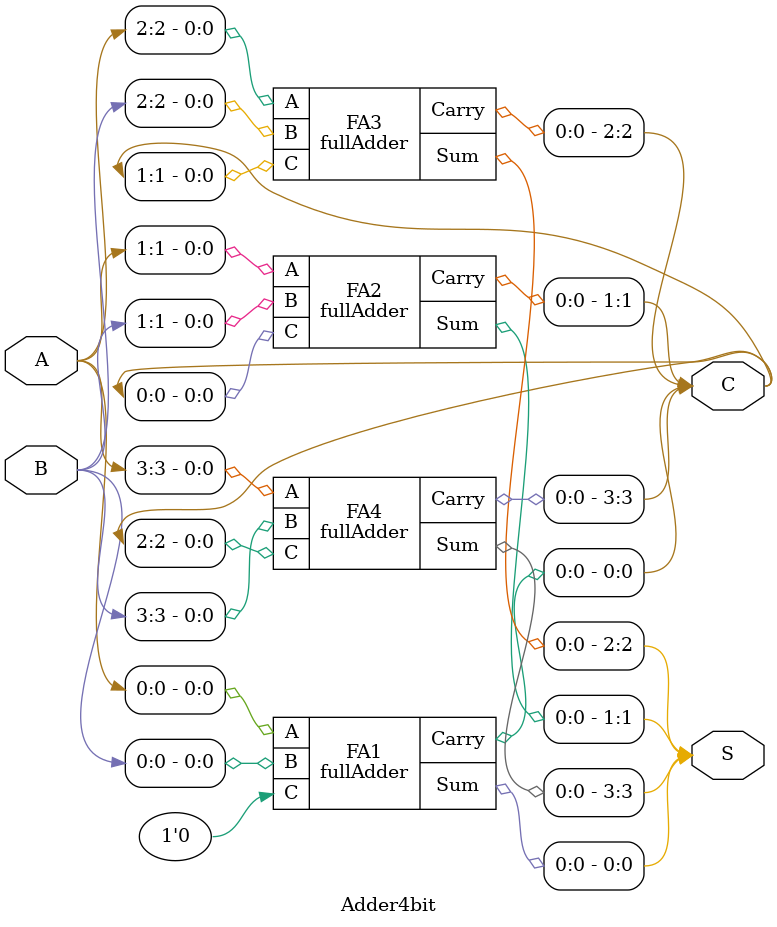
<source format=v>
module fullAdder(A,B,C,Sum,Carry);
input A,B,C;
output Sum,Carry;

assign
Sum = A^B^C;

assign
Carry = (A&B)|((A^B)&C);

endmodule


module Adder4bit(S,C,B,A);

input [3:0] A;
input [3:0] B;
output [3:0] S;
output [3:0] C;

fullAdder FA1(A[0],B[0],0,S[0],C[0]);
fullAdder FA2(A[1],B[1],C[0],S[1],C[1]);
fullAdder FA3(A[2],B[2],C[1],S[2],C[2]);
fullAdder FA4(A[3],B[3],C[2],S[3],C[3]);

endmodule

</source>
